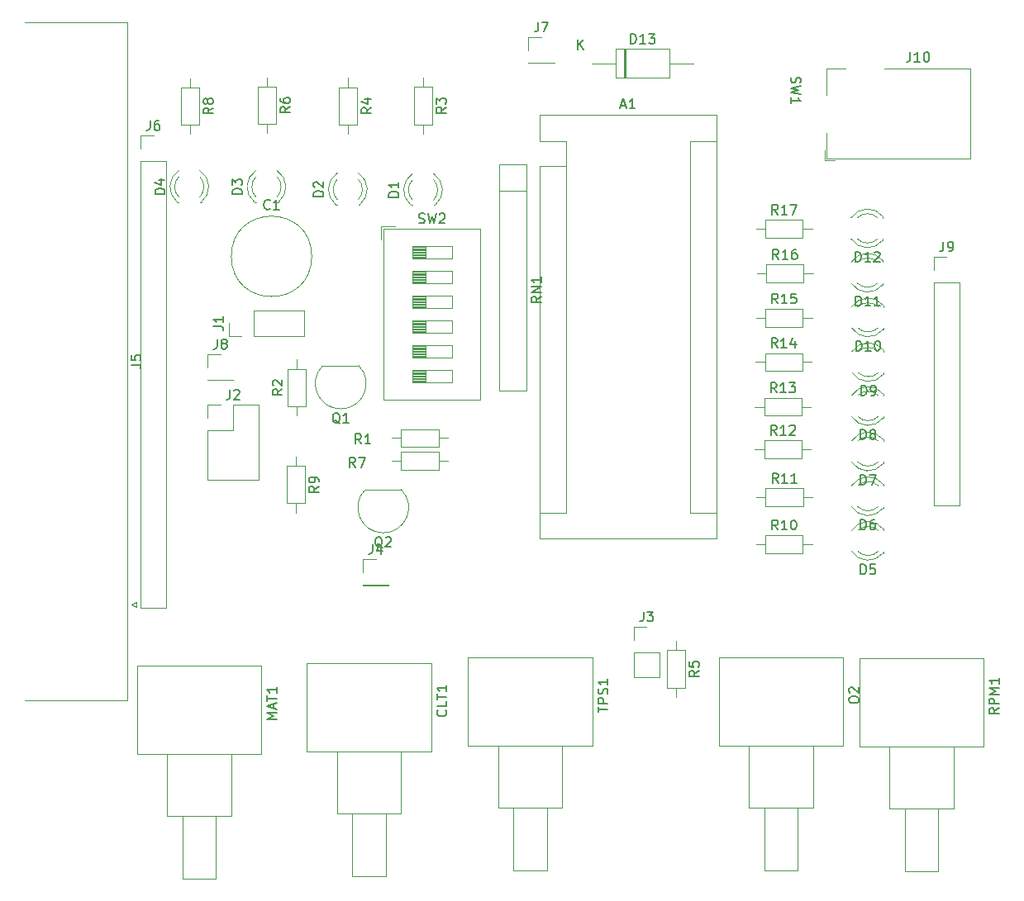
<source format=gbr>
%TF.GenerationSoftware,KiCad,Pcbnew,(6.0.2)*%
%TF.CreationDate,2022-06-27T11:40:54+12:00*%
%TF.ProjectId,ArduinoJimStim,41726475-696e-46f4-9a69-6d5374696d2e,rev?*%
%TF.SameCoordinates,Original*%
%TF.FileFunction,Legend,Top*%
%TF.FilePolarity,Positive*%
%FSLAX46Y46*%
G04 Gerber Fmt 4.6, Leading zero omitted, Abs format (unit mm)*
G04 Created by KiCad (PCBNEW (6.0.2)) date 2022-06-27 11:40:54*
%MOMM*%
%LPD*%
G01*
G04 APERTURE LIST*
%ADD10C,0.150000*%
%ADD11C,0.120000*%
G04 APERTURE END LIST*
D10*
%TO.C,RN1*%
X149405380Y-79330476D02*
X148929190Y-79663809D01*
X149405380Y-79901904D02*
X148405380Y-79901904D01*
X148405380Y-79520952D01*
X148453000Y-79425714D01*
X148500619Y-79378095D01*
X148595857Y-79330476D01*
X148738714Y-79330476D01*
X148833952Y-79378095D01*
X148881571Y-79425714D01*
X148929190Y-79520952D01*
X148929190Y-79901904D01*
X149405380Y-78901904D02*
X148405380Y-78901904D01*
X149405380Y-78330476D01*
X148405380Y-78330476D01*
X149405380Y-77330476D02*
X149405380Y-77901904D01*
X149405380Y-77616190D02*
X148405380Y-77616190D01*
X148548238Y-77711428D01*
X148643476Y-77806666D01*
X148691095Y-77901904D01*
%TO.C,D2*%
X127108380Y-69089595D02*
X126108380Y-69089595D01*
X126108380Y-68851500D01*
X126156000Y-68708642D01*
X126251238Y-68613404D01*
X126346476Y-68565785D01*
X126536952Y-68518166D01*
X126679809Y-68518166D01*
X126870285Y-68565785D01*
X126965523Y-68613404D01*
X127060761Y-68708642D01*
X127108380Y-68851500D01*
X127108380Y-69089595D01*
X126203619Y-68137214D02*
X126156000Y-68089595D01*
X126108380Y-67994357D01*
X126108380Y-67756261D01*
X126156000Y-67661023D01*
X126203619Y-67613404D01*
X126298857Y-67565785D01*
X126394095Y-67565785D01*
X126536952Y-67613404D01*
X127108380Y-68184833D01*
X127108380Y-67565785D01*
%TO.C,D8*%
X182166904Y-93974550D02*
X182166904Y-92974550D01*
X182405000Y-92974550D01*
X182547857Y-93022170D01*
X182643095Y-93117408D01*
X182690714Y-93212646D01*
X182738333Y-93403122D01*
X182738333Y-93545979D01*
X182690714Y-93736455D01*
X182643095Y-93831693D01*
X182547857Y-93926931D01*
X182405000Y-93974550D01*
X182166904Y-93974550D01*
X183309761Y-93403122D02*
X183214523Y-93355503D01*
X183166904Y-93307884D01*
X183119285Y-93212646D01*
X183119285Y-93165027D01*
X183166904Y-93069789D01*
X183214523Y-93022170D01*
X183309761Y-92974550D01*
X183500238Y-92974550D01*
X183595476Y-93022170D01*
X183643095Y-93069789D01*
X183690714Y-93165027D01*
X183690714Y-93212646D01*
X183643095Y-93307884D01*
X183595476Y-93355503D01*
X183500238Y-93403122D01*
X183309761Y-93403122D01*
X183214523Y-93450741D01*
X183166904Y-93498360D01*
X183119285Y-93593598D01*
X183119285Y-93784074D01*
X183166904Y-93879312D01*
X183214523Y-93926931D01*
X183309761Y-93974550D01*
X183500238Y-93974550D01*
X183595476Y-93926931D01*
X183643095Y-93879312D01*
X183690714Y-93784074D01*
X183690714Y-93593598D01*
X183643095Y-93498360D01*
X183595476Y-93450741D01*
X183500238Y-93403122D01*
%TO.C,J10*%
X187229476Y-54276380D02*
X187229476Y-54990666D01*
X187181857Y-55133523D01*
X187086619Y-55228761D01*
X186943761Y-55276380D01*
X186848523Y-55276380D01*
X188229476Y-55276380D02*
X187658047Y-55276380D01*
X187943761Y-55276380D02*
X187943761Y-54276380D01*
X187848523Y-54419238D01*
X187753285Y-54514476D01*
X187658047Y-54562095D01*
X188848523Y-54276380D02*
X188943761Y-54276380D01*
X189039000Y-54324000D01*
X189086619Y-54371619D01*
X189134238Y-54466857D01*
X189181857Y-54657333D01*
X189181857Y-54895428D01*
X189134238Y-55085904D01*
X189086619Y-55181142D01*
X189039000Y-55228761D01*
X188943761Y-55276380D01*
X188848523Y-55276380D01*
X188753285Y-55228761D01*
X188705666Y-55181142D01*
X188658047Y-55085904D01*
X188610428Y-54895428D01*
X188610428Y-54657333D01*
X188658047Y-54466857D01*
X188705666Y-54371619D01*
X188753285Y-54324000D01*
X188848523Y-54276380D01*
%TO.C,R10*%
X173664142Y-103241550D02*
X173330809Y-102765360D01*
X173092714Y-103241550D02*
X173092714Y-102241550D01*
X173473666Y-102241550D01*
X173568904Y-102289170D01*
X173616523Y-102336789D01*
X173664142Y-102432027D01*
X173664142Y-102574884D01*
X173616523Y-102670122D01*
X173568904Y-102717741D01*
X173473666Y-102765360D01*
X173092714Y-102765360D01*
X174616523Y-103241550D02*
X174045095Y-103241550D01*
X174330809Y-103241550D02*
X174330809Y-102241550D01*
X174235571Y-102384408D01*
X174140333Y-102479646D01*
X174045095Y-102527265D01*
X175235571Y-102241550D02*
X175330809Y-102241550D01*
X175426047Y-102289170D01*
X175473666Y-102336789D01*
X175521285Y-102432027D01*
X175568904Y-102622503D01*
X175568904Y-102860598D01*
X175521285Y-103051074D01*
X175473666Y-103146312D01*
X175426047Y-103193931D01*
X175330809Y-103241550D01*
X175235571Y-103241550D01*
X175140333Y-103193931D01*
X175092714Y-103146312D01*
X175045095Y-103051074D01*
X174997476Y-102860598D01*
X174997476Y-102622503D01*
X175045095Y-102432027D01*
X175092714Y-102336789D01*
X175140333Y-102289170D01*
X175235571Y-102241550D01*
%TO.C,J4*%
X132152666Y-104731380D02*
X132152666Y-105445666D01*
X132105047Y-105588523D01*
X132009809Y-105683761D01*
X131866952Y-105731380D01*
X131771714Y-105731380D01*
X133057428Y-105064714D02*
X133057428Y-105731380D01*
X132819333Y-104683761D02*
X132581238Y-105398047D01*
X133200285Y-105398047D01*
%TO.C,C1*%
X121637333Y-70327142D02*
X121589714Y-70374761D01*
X121446857Y-70422380D01*
X121351619Y-70422380D01*
X121208761Y-70374761D01*
X121113523Y-70279523D01*
X121065904Y-70184285D01*
X121018285Y-69993809D01*
X121018285Y-69850952D01*
X121065904Y-69660476D01*
X121113523Y-69565238D01*
X121208761Y-69470000D01*
X121351619Y-69422380D01*
X121446857Y-69422380D01*
X121589714Y-69470000D01*
X121637333Y-69517619D01*
X122589714Y-70422380D02*
X122018285Y-70422380D01*
X122304000Y-70422380D02*
X122304000Y-69422380D01*
X122208761Y-69565238D01*
X122113523Y-69660476D01*
X122018285Y-69708095D01*
%TO.C,J3*%
X159904666Y-111649380D02*
X159904666Y-112363666D01*
X159857047Y-112506523D01*
X159761809Y-112601761D01*
X159618952Y-112649380D01*
X159523714Y-112649380D01*
X160285619Y-111649380D02*
X160904666Y-111649380D01*
X160571333Y-112030333D01*
X160714190Y-112030333D01*
X160809428Y-112077952D01*
X160857047Y-112125571D01*
X160904666Y-112220809D01*
X160904666Y-112458904D01*
X160857047Y-112554142D01*
X160809428Y-112601761D01*
X160714190Y-112649380D01*
X160428476Y-112649380D01*
X160333238Y-112601761D01*
X160285619Y-112554142D01*
%TO.C,J8*%
X116236666Y-83713380D02*
X116236666Y-84427666D01*
X116189047Y-84570523D01*
X116093809Y-84665761D01*
X115950952Y-84713380D01*
X115855714Y-84713380D01*
X116855714Y-84141952D02*
X116760476Y-84094333D01*
X116712857Y-84046714D01*
X116665238Y-83951476D01*
X116665238Y-83903857D01*
X116712857Y-83808619D01*
X116760476Y-83761000D01*
X116855714Y-83713380D01*
X117046190Y-83713380D01*
X117141428Y-83761000D01*
X117189047Y-83808619D01*
X117236666Y-83903857D01*
X117236666Y-83951476D01*
X117189047Y-84046714D01*
X117141428Y-84094333D01*
X117046190Y-84141952D01*
X116855714Y-84141952D01*
X116760476Y-84189571D01*
X116712857Y-84237190D01*
X116665238Y-84332428D01*
X116665238Y-84522904D01*
X116712857Y-84618142D01*
X116760476Y-84665761D01*
X116855714Y-84713380D01*
X117046190Y-84713380D01*
X117141428Y-84665761D01*
X117189047Y-84618142D01*
X117236666Y-84522904D01*
X117236666Y-84332428D01*
X117189047Y-84237190D01*
X117141428Y-84189571D01*
X117046190Y-84141952D01*
%TO.C,R15*%
X173664142Y-80047550D02*
X173330809Y-79571360D01*
X173092714Y-80047550D02*
X173092714Y-79047550D01*
X173473666Y-79047550D01*
X173568904Y-79095170D01*
X173616523Y-79142789D01*
X173664142Y-79238027D01*
X173664142Y-79380884D01*
X173616523Y-79476122D01*
X173568904Y-79523741D01*
X173473666Y-79571360D01*
X173092714Y-79571360D01*
X174616523Y-80047550D02*
X174045095Y-80047550D01*
X174330809Y-80047550D02*
X174330809Y-79047550D01*
X174235571Y-79190408D01*
X174140333Y-79285646D01*
X174045095Y-79333265D01*
X175521285Y-79047550D02*
X175045095Y-79047550D01*
X174997476Y-79523741D01*
X175045095Y-79476122D01*
X175140333Y-79428503D01*
X175378428Y-79428503D01*
X175473666Y-79476122D01*
X175521285Y-79523741D01*
X175568904Y-79618979D01*
X175568904Y-79857074D01*
X175521285Y-79952312D01*
X175473666Y-79999931D01*
X175378428Y-80047550D01*
X175140333Y-80047550D01*
X175045095Y-79999931D01*
X174997476Y-79952312D01*
%TO.C,D13*%
X158596714Y-53415380D02*
X158596714Y-52415380D01*
X158834809Y-52415380D01*
X158977666Y-52463000D01*
X159072904Y-52558238D01*
X159120523Y-52653476D01*
X159168142Y-52843952D01*
X159168142Y-52986809D01*
X159120523Y-53177285D01*
X159072904Y-53272523D01*
X158977666Y-53367761D01*
X158834809Y-53415380D01*
X158596714Y-53415380D01*
X160120523Y-53415380D02*
X159549095Y-53415380D01*
X159834809Y-53415380D02*
X159834809Y-52415380D01*
X159739571Y-52558238D01*
X159644333Y-52653476D01*
X159549095Y-52701095D01*
X160453857Y-52415380D02*
X161072904Y-52415380D01*
X160739571Y-52796333D01*
X160882428Y-52796333D01*
X160977666Y-52843952D01*
X161025285Y-52891571D01*
X161072904Y-52986809D01*
X161072904Y-53224904D01*
X161025285Y-53320142D01*
X160977666Y-53367761D01*
X160882428Y-53415380D01*
X160596714Y-53415380D01*
X160501476Y-53367761D01*
X160453857Y-53320142D01*
X153199095Y-53985380D02*
X153199095Y-52985380D01*
X153770523Y-53985380D02*
X153341952Y-53413952D01*
X153770523Y-52985380D02*
X153199095Y-53556809D01*
%TO.C,J5*%
X107417711Y-86323333D02*
X108131997Y-86323333D01*
X108274854Y-86370952D01*
X108370092Y-86466190D01*
X108417711Y-86609047D01*
X108417711Y-86704285D01*
X107417711Y-85370952D02*
X107417711Y-85847142D01*
X107893902Y-85894761D01*
X107846283Y-85847142D01*
X107798664Y-85751904D01*
X107798664Y-85513809D01*
X107846283Y-85418571D01*
X107893902Y-85370952D01*
X107989140Y-85323333D01*
X108227235Y-85323333D01*
X108322473Y-85370952D01*
X108370092Y-85418571D01*
X108417711Y-85513809D01*
X108417711Y-85751904D01*
X108370092Y-85847142D01*
X108322473Y-85894761D01*
%TO.C,MAT1*%
X122325380Y-122669047D02*
X121325380Y-122669047D01*
X122039666Y-122335714D01*
X121325380Y-122002380D01*
X122325380Y-122002380D01*
X122039666Y-121573809D02*
X122039666Y-121097619D01*
X122325380Y-121669047D02*
X121325380Y-121335714D01*
X122325380Y-121002380D01*
X121325380Y-120811904D02*
X121325380Y-120240476D01*
X122325380Y-120526190D02*
X121325380Y-120526190D01*
X122325380Y-119383333D02*
X122325380Y-119954761D01*
X122325380Y-119669047D02*
X121325380Y-119669047D01*
X121468238Y-119764285D01*
X121563476Y-119859523D01*
X121611095Y-119954761D01*
%TO.C,Q2*%
X133153761Y-105077119D02*
X133058523Y-105029500D01*
X132963285Y-104934261D01*
X132820428Y-104791404D01*
X132725190Y-104743785D01*
X132629952Y-104743785D01*
X132677571Y-104981880D02*
X132582333Y-104934261D01*
X132487095Y-104839023D01*
X132439476Y-104648547D01*
X132439476Y-104315214D01*
X132487095Y-104124738D01*
X132582333Y-104029500D01*
X132677571Y-103981880D01*
X132868047Y-103981880D01*
X132963285Y-104029500D01*
X133058523Y-104124738D01*
X133106142Y-104315214D01*
X133106142Y-104648547D01*
X133058523Y-104839023D01*
X132963285Y-104934261D01*
X132868047Y-104981880D01*
X132677571Y-104981880D01*
X133487095Y-104077119D02*
X133534714Y-104029500D01*
X133629952Y-103981880D01*
X133868047Y-103981880D01*
X133963285Y-104029500D01*
X134010904Y-104077119D01*
X134058523Y-104172357D01*
X134058523Y-104267595D01*
X134010904Y-104410452D01*
X133439476Y-104981880D01*
X134058523Y-104981880D01*
%TO.C,R5*%
X165586380Y-117696666D02*
X165110190Y-118030000D01*
X165586380Y-118268095D02*
X164586380Y-118268095D01*
X164586380Y-117887142D01*
X164634000Y-117791904D01*
X164681619Y-117744285D01*
X164776857Y-117696666D01*
X164919714Y-117696666D01*
X165014952Y-117744285D01*
X165062571Y-117791904D01*
X165110190Y-117887142D01*
X165110190Y-118268095D01*
X164586380Y-116791904D02*
X164586380Y-117268095D01*
X165062571Y-117315714D01*
X165014952Y-117268095D01*
X164967333Y-117172857D01*
X164967333Y-116934761D01*
X165014952Y-116839523D01*
X165062571Y-116791904D01*
X165157809Y-116744285D01*
X165395904Y-116744285D01*
X165491142Y-116791904D01*
X165538761Y-116839523D01*
X165586380Y-116934761D01*
X165586380Y-117172857D01*
X165538761Y-117268095D01*
X165491142Y-117315714D01*
%TO.C,CLT1*%
X139642142Y-121739880D02*
X139689761Y-121787500D01*
X139737380Y-121930357D01*
X139737380Y-122025595D01*
X139689761Y-122168452D01*
X139594523Y-122263690D01*
X139499285Y-122311309D01*
X139308809Y-122358928D01*
X139165952Y-122358928D01*
X138975476Y-122311309D01*
X138880238Y-122263690D01*
X138785000Y-122168452D01*
X138737380Y-122025595D01*
X138737380Y-121930357D01*
X138785000Y-121787500D01*
X138832619Y-121739880D01*
X139737380Y-120835119D02*
X139737380Y-121311309D01*
X138737380Y-121311309D01*
X138737380Y-120644642D02*
X138737380Y-120073214D01*
X139737380Y-120358928D02*
X138737380Y-120358928D01*
X139737380Y-119216071D02*
X139737380Y-119787500D01*
X139737380Y-119501785D02*
X138737380Y-119501785D01*
X138880238Y-119597023D01*
X138975476Y-119692261D01*
X139023095Y-119787500D01*
%TO.C,J1*%
X115870380Y-82407333D02*
X116584666Y-82407333D01*
X116727523Y-82454952D01*
X116822761Y-82550190D01*
X116870380Y-82693047D01*
X116870380Y-82788285D01*
X116870380Y-81407333D02*
X116870380Y-81978761D01*
X116870380Y-81693047D02*
X115870380Y-81693047D01*
X116013238Y-81788285D01*
X116108476Y-81883523D01*
X116156095Y-81978761D01*
%TO.C,RPM1*%
X196320380Y-121531095D02*
X195844190Y-121864428D01*
X196320380Y-122102523D02*
X195320380Y-122102523D01*
X195320380Y-121721571D01*
X195368000Y-121626333D01*
X195415619Y-121578714D01*
X195510857Y-121531095D01*
X195653714Y-121531095D01*
X195748952Y-121578714D01*
X195796571Y-121626333D01*
X195844190Y-121721571D01*
X195844190Y-122102523D01*
X196320380Y-121102523D02*
X195320380Y-121102523D01*
X195320380Y-120721571D01*
X195368000Y-120626333D01*
X195415619Y-120578714D01*
X195510857Y-120531095D01*
X195653714Y-120531095D01*
X195748952Y-120578714D01*
X195796571Y-120626333D01*
X195844190Y-120721571D01*
X195844190Y-121102523D01*
X196320380Y-120102523D02*
X195320380Y-120102523D01*
X196034666Y-119769190D01*
X195320380Y-119435857D01*
X196320380Y-119435857D01*
X196320380Y-118435857D02*
X196320380Y-119007285D01*
X196320380Y-118721571D02*
X195320380Y-118721571D01*
X195463238Y-118816809D01*
X195558476Y-118912047D01*
X195606095Y-119007285D01*
%TO.C,J2*%
X117543666Y-88879880D02*
X117543666Y-89594166D01*
X117496047Y-89737023D01*
X117400809Y-89832261D01*
X117257952Y-89879880D01*
X117162714Y-89879880D01*
X117972238Y-88975119D02*
X118019857Y-88927500D01*
X118115095Y-88879880D01*
X118353190Y-88879880D01*
X118448428Y-88927500D01*
X118496047Y-88975119D01*
X118543666Y-89070357D01*
X118543666Y-89165595D01*
X118496047Y-89308452D01*
X117924619Y-89879880D01*
X118543666Y-89879880D01*
%TO.C,D4*%
X110872380Y-68831595D02*
X109872380Y-68831595D01*
X109872380Y-68593500D01*
X109920000Y-68450642D01*
X110015238Y-68355404D01*
X110110476Y-68307785D01*
X110300952Y-68260166D01*
X110443809Y-68260166D01*
X110634285Y-68307785D01*
X110729523Y-68355404D01*
X110824761Y-68450642D01*
X110872380Y-68593500D01*
X110872380Y-68831595D01*
X110205714Y-67403023D02*
X110872380Y-67403023D01*
X109824761Y-67641119D02*
X110539047Y-67879214D01*
X110539047Y-67260166D01*
%TO.C,J7*%
X149111666Y-51192880D02*
X149111666Y-51907166D01*
X149064047Y-52050023D01*
X148968809Y-52145261D01*
X148825952Y-52192880D01*
X148730714Y-52192880D01*
X149492619Y-51192880D02*
X150159285Y-51192880D01*
X149730714Y-52192880D01*
%TO.C,R17*%
X173664142Y-70921550D02*
X173330809Y-70445360D01*
X173092714Y-70921550D02*
X173092714Y-69921550D01*
X173473666Y-69921550D01*
X173568904Y-69969170D01*
X173616523Y-70016789D01*
X173664142Y-70112027D01*
X173664142Y-70254884D01*
X173616523Y-70350122D01*
X173568904Y-70397741D01*
X173473666Y-70445360D01*
X173092714Y-70445360D01*
X174616523Y-70921550D02*
X174045095Y-70921550D01*
X174330809Y-70921550D02*
X174330809Y-69921550D01*
X174235571Y-70064408D01*
X174140333Y-70159646D01*
X174045095Y-70207265D01*
X174949857Y-69921550D02*
X175616523Y-69921550D01*
X175187952Y-70921550D01*
%TO.C,O2*%
X180968380Y-120776428D02*
X180968380Y-120585952D01*
X181016000Y-120490714D01*
X181111238Y-120395476D01*
X181301714Y-120347857D01*
X181635047Y-120347857D01*
X181825523Y-120395476D01*
X181920761Y-120490714D01*
X181968380Y-120585952D01*
X181968380Y-120776428D01*
X181920761Y-120871666D01*
X181825523Y-120966904D01*
X181635047Y-121014523D01*
X181301714Y-121014523D01*
X181111238Y-120966904D01*
X181016000Y-120871666D01*
X180968380Y-120776428D01*
X181063619Y-119966904D02*
X181016000Y-119919285D01*
X180968380Y-119824047D01*
X180968380Y-119585952D01*
X181016000Y-119490714D01*
X181063619Y-119443095D01*
X181158857Y-119395476D01*
X181254095Y-119395476D01*
X181396952Y-119443095D01*
X181968380Y-120014523D01*
X181968380Y-119395476D01*
%TO.C,R12*%
X173545142Y-93517550D02*
X173211809Y-93041360D01*
X172973714Y-93517550D02*
X172973714Y-92517550D01*
X173354666Y-92517550D01*
X173449904Y-92565170D01*
X173497523Y-92612789D01*
X173545142Y-92708027D01*
X173545142Y-92850884D01*
X173497523Y-92946122D01*
X173449904Y-92993741D01*
X173354666Y-93041360D01*
X172973714Y-93041360D01*
X174497523Y-93517550D02*
X173926095Y-93517550D01*
X174211809Y-93517550D02*
X174211809Y-92517550D01*
X174116571Y-92660408D01*
X174021333Y-92755646D01*
X173926095Y-92803265D01*
X174878476Y-92612789D02*
X174926095Y-92565170D01*
X175021333Y-92517550D01*
X175259428Y-92517550D01*
X175354666Y-92565170D01*
X175402285Y-92612789D01*
X175449904Y-92708027D01*
X175449904Y-92803265D01*
X175402285Y-92946122D01*
X174830857Y-93517550D01*
X175449904Y-93517550D01*
%TO.C,R14*%
X173624142Y-84590550D02*
X173290809Y-84114360D01*
X173052714Y-84590550D02*
X173052714Y-83590550D01*
X173433666Y-83590550D01*
X173528904Y-83638170D01*
X173576523Y-83685789D01*
X173624142Y-83781027D01*
X173624142Y-83923884D01*
X173576523Y-84019122D01*
X173528904Y-84066741D01*
X173433666Y-84114360D01*
X173052714Y-84114360D01*
X174576523Y-84590550D02*
X174005095Y-84590550D01*
X174290809Y-84590550D02*
X174290809Y-83590550D01*
X174195571Y-83733408D01*
X174100333Y-83828646D01*
X174005095Y-83876265D01*
X175433666Y-83923884D02*
X175433666Y-84590550D01*
X175195571Y-83542931D02*
X174957476Y-84257217D01*
X175576523Y-84257217D01*
%TO.C,R13*%
X173545142Y-89173550D02*
X173211809Y-88697360D01*
X172973714Y-89173550D02*
X172973714Y-88173550D01*
X173354666Y-88173550D01*
X173449904Y-88221170D01*
X173497523Y-88268789D01*
X173545142Y-88364027D01*
X173545142Y-88506884D01*
X173497523Y-88602122D01*
X173449904Y-88649741D01*
X173354666Y-88697360D01*
X172973714Y-88697360D01*
X174497523Y-89173550D02*
X173926095Y-89173550D01*
X174211809Y-89173550D02*
X174211809Y-88173550D01*
X174116571Y-88316408D01*
X174021333Y-88411646D01*
X173926095Y-88459265D01*
X174830857Y-88173550D02*
X175449904Y-88173550D01*
X175116571Y-88554503D01*
X175259428Y-88554503D01*
X175354666Y-88602122D01*
X175402285Y-88649741D01*
X175449904Y-88744979D01*
X175449904Y-88983074D01*
X175402285Y-89078312D01*
X175354666Y-89125931D01*
X175259428Y-89173550D01*
X174973714Y-89173550D01*
X174878476Y-89125931D01*
X174830857Y-89078312D01*
%TO.C,R16*%
X173744142Y-75504550D02*
X173410809Y-75028360D01*
X173172714Y-75504550D02*
X173172714Y-74504550D01*
X173553666Y-74504550D01*
X173648904Y-74552170D01*
X173696523Y-74599789D01*
X173744142Y-74695027D01*
X173744142Y-74837884D01*
X173696523Y-74933122D01*
X173648904Y-74980741D01*
X173553666Y-75028360D01*
X173172714Y-75028360D01*
X174696523Y-75504550D02*
X174125095Y-75504550D01*
X174410809Y-75504550D02*
X174410809Y-74504550D01*
X174315571Y-74647408D01*
X174220333Y-74742646D01*
X174125095Y-74790265D01*
X175553666Y-74504550D02*
X175363190Y-74504550D01*
X175267952Y-74552170D01*
X175220333Y-74599789D01*
X175125095Y-74742646D01*
X175077476Y-74933122D01*
X175077476Y-75314074D01*
X175125095Y-75409312D01*
X175172714Y-75456931D01*
X175267952Y-75504550D01*
X175458428Y-75504550D01*
X175553666Y-75456931D01*
X175601285Y-75409312D01*
X175648904Y-75314074D01*
X175648904Y-75075979D01*
X175601285Y-74980741D01*
X175553666Y-74933122D01*
X175458428Y-74885503D01*
X175267952Y-74885503D01*
X175172714Y-74933122D01*
X175125095Y-74980741D01*
X175077476Y-75075979D01*
%TO.C,R4*%
X132017380Y-59971166D02*
X131541190Y-60304500D01*
X132017380Y-60542595D02*
X131017380Y-60542595D01*
X131017380Y-60161642D01*
X131065000Y-60066404D01*
X131112619Y-60018785D01*
X131207857Y-59971166D01*
X131350714Y-59971166D01*
X131445952Y-60018785D01*
X131493571Y-60066404D01*
X131541190Y-60161642D01*
X131541190Y-60542595D01*
X131350714Y-59114023D02*
X132017380Y-59114023D01*
X130969761Y-59352119D02*
X131684047Y-59590214D01*
X131684047Y-58971166D01*
%TO.C,SW1*%
X175073238Y-56862666D02*
X175025619Y-57005523D01*
X175025619Y-57243619D01*
X175073238Y-57338857D01*
X175120857Y-57386476D01*
X175216095Y-57434095D01*
X175311333Y-57434095D01*
X175406571Y-57386476D01*
X175454190Y-57338857D01*
X175501809Y-57243619D01*
X175549428Y-57053142D01*
X175597047Y-56957904D01*
X175644666Y-56910285D01*
X175739904Y-56862666D01*
X175835142Y-56862666D01*
X175930380Y-56910285D01*
X175978000Y-56957904D01*
X176025619Y-57053142D01*
X176025619Y-57291238D01*
X175978000Y-57434095D01*
X176025619Y-57767428D02*
X175025619Y-58005523D01*
X175739904Y-58196000D01*
X175025619Y-58386476D01*
X176025619Y-58624571D01*
X175025619Y-59529333D02*
X175025619Y-58957904D01*
X175025619Y-59243619D02*
X176025619Y-59243619D01*
X175882761Y-59148380D01*
X175787523Y-59053142D01*
X175739904Y-58957904D01*
%TO.C,D5*%
X182166904Y-107803550D02*
X182166904Y-106803550D01*
X182405000Y-106803550D01*
X182547857Y-106851170D01*
X182643095Y-106946408D01*
X182690714Y-107041646D01*
X182738333Y-107232122D01*
X182738333Y-107374979D01*
X182690714Y-107565455D01*
X182643095Y-107660693D01*
X182547857Y-107755931D01*
X182405000Y-107803550D01*
X182166904Y-107803550D01*
X183643095Y-106803550D02*
X183166904Y-106803550D01*
X183119285Y-107279741D01*
X183166904Y-107232122D01*
X183262142Y-107184503D01*
X183500238Y-107184503D01*
X183595476Y-107232122D01*
X183643095Y-107279741D01*
X183690714Y-107374979D01*
X183690714Y-107613074D01*
X183643095Y-107708312D01*
X183595476Y-107755931D01*
X183500238Y-107803550D01*
X183262142Y-107803550D01*
X183166904Y-107755931D01*
X183119285Y-107708312D01*
%TO.C,D1*%
X134818380Y-69144595D02*
X133818380Y-69144595D01*
X133818380Y-68906500D01*
X133866000Y-68763642D01*
X133961238Y-68668404D01*
X134056476Y-68620785D01*
X134246952Y-68573166D01*
X134389809Y-68573166D01*
X134580285Y-68620785D01*
X134675523Y-68668404D01*
X134770761Y-68763642D01*
X134818380Y-68906500D01*
X134818380Y-69144595D01*
X134818380Y-67620785D02*
X134818380Y-68192214D01*
X134818380Y-67906500D02*
X133818380Y-67906500D01*
X133961238Y-68001738D01*
X134056476Y-68096976D01*
X134104095Y-68192214D01*
%TO.C,R1*%
X130991333Y-94427880D02*
X130658000Y-93951690D01*
X130419904Y-94427880D02*
X130419904Y-93427880D01*
X130800857Y-93427880D01*
X130896095Y-93475500D01*
X130943714Y-93523119D01*
X130991333Y-93618357D01*
X130991333Y-93761214D01*
X130943714Y-93856452D01*
X130896095Y-93904071D01*
X130800857Y-93951690D01*
X130419904Y-93951690D01*
X131943714Y-94427880D02*
X131372285Y-94427880D01*
X131658000Y-94427880D02*
X131658000Y-93427880D01*
X131562761Y-93570738D01*
X131467523Y-93665976D01*
X131372285Y-93713595D01*
%TO.C,A1*%
X157617714Y-59749666D02*
X158093904Y-59749666D01*
X157522476Y-60035380D02*
X157855809Y-59035380D01*
X158189142Y-60035380D01*
X159046285Y-60035380D02*
X158474857Y-60035380D01*
X158760571Y-60035380D02*
X158760571Y-59035380D01*
X158665333Y-59178238D01*
X158570095Y-59273476D01*
X158474857Y-59321095D01*
%TO.C,D6*%
X182166904Y-103220550D02*
X182166904Y-102220550D01*
X182405000Y-102220550D01*
X182547857Y-102268170D01*
X182643095Y-102363408D01*
X182690714Y-102458646D01*
X182738333Y-102649122D01*
X182738333Y-102791979D01*
X182690714Y-102982455D01*
X182643095Y-103077693D01*
X182547857Y-103172931D01*
X182405000Y-103220550D01*
X182166904Y-103220550D01*
X183595476Y-102220550D02*
X183405000Y-102220550D01*
X183309761Y-102268170D01*
X183262142Y-102315789D01*
X183166904Y-102458646D01*
X183119285Y-102649122D01*
X183119285Y-103030074D01*
X183166904Y-103125312D01*
X183214523Y-103172931D01*
X183309761Y-103220550D01*
X183500238Y-103220550D01*
X183595476Y-103172931D01*
X183643095Y-103125312D01*
X183690714Y-103030074D01*
X183690714Y-102791979D01*
X183643095Y-102696741D01*
X183595476Y-102649122D01*
X183500238Y-102601503D01*
X183309761Y-102601503D01*
X183214523Y-102649122D01*
X183166904Y-102696741D01*
X183119285Y-102791979D01*
%TO.C,R2*%
X122891380Y-88842166D02*
X122415190Y-89175500D01*
X122891380Y-89413595D02*
X121891380Y-89413595D01*
X121891380Y-89032642D01*
X121939000Y-88937404D01*
X121986619Y-88889785D01*
X122081857Y-88842166D01*
X122224714Y-88842166D01*
X122319952Y-88889785D01*
X122367571Y-88937404D01*
X122415190Y-89032642D01*
X122415190Y-89413595D01*
X121986619Y-88461214D02*
X121939000Y-88413595D01*
X121891380Y-88318357D01*
X121891380Y-88080261D01*
X121939000Y-87985023D01*
X121986619Y-87937404D01*
X122081857Y-87889785D01*
X122177095Y-87889785D01*
X122319952Y-87937404D01*
X122891380Y-88508833D01*
X122891380Y-87889785D01*
%TO.C,TPS1*%
X155248380Y-121947595D02*
X155248380Y-121376166D01*
X156248380Y-121661880D02*
X155248380Y-121661880D01*
X156248380Y-121042833D02*
X155248380Y-121042833D01*
X155248380Y-120661880D01*
X155296000Y-120566642D01*
X155343619Y-120519023D01*
X155438857Y-120471404D01*
X155581714Y-120471404D01*
X155676952Y-120519023D01*
X155724571Y-120566642D01*
X155772190Y-120661880D01*
X155772190Y-121042833D01*
X156200761Y-120090452D02*
X156248380Y-119947595D01*
X156248380Y-119709500D01*
X156200761Y-119614261D01*
X156153142Y-119566642D01*
X156057904Y-119519023D01*
X155962666Y-119519023D01*
X155867428Y-119566642D01*
X155819809Y-119614261D01*
X155772190Y-119709500D01*
X155724571Y-119899976D01*
X155676952Y-119995214D01*
X155629333Y-120042833D01*
X155534095Y-120090452D01*
X155438857Y-120090452D01*
X155343619Y-120042833D01*
X155296000Y-119995214D01*
X155248380Y-119899976D01*
X155248380Y-119661880D01*
X155296000Y-119519023D01*
X156248380Y-118566642D02*
X156248380Y-119138071D01*
X156248380Y-118852357D02*
X155248380Y-118852357D01*
X155391238Y-118947595D01*
X155486476Y-119042833D01*
X155534095Y-119138071D01*
%TO.C,R7*%
X130374333Y-96822880D02*
X130041000Y-96346690D01*
X129802904Y-96822880D02*
X129802904Y-95822880D01*
X130183857Y-95822880D01*
X130279095Y-95870500D01*
X130326714Y-95918119D01*
X130374333Y-96013357D01*
X130374333Y-96156214D01*
X130326714Y-96251452D01*
X130279095Y-96299071D01*
X130183857Y-96346690D01*
X129802904Y-96346690D01*
X130707666Y-95822880D02*
X131374333Y-95822880D01*
X130945761Y-96822880D01*
%TO.C,R11*%
X173704142Y-98459550D02*
X173370809Y-97983360D01*
X173132714Y-98459550D02*
X173132714Y-97459550D01*
X173513666Y-97459550D01*
X173608904Y-97507170D01*
X173656523Y-97554789D01*
X173704142Y-97650027D01*
X173704142Y-97792884D01*
X173656523Y-97888122D01*
X173608904Y-97935741D01*
X173513666Y-97983360D01*
X173132714Y-97983360D01*
X174656523Y-98459550D02*
X174085095Y-98459550D01*
X174370809Y-98459550D02*
X174370809Y-97459550D01*
X174275571Y-97602408D01*
X174180333Y-97697646D01*
X174085095Y-97745265D01*
X175608904Y-98459550D02*
X175037476Y-98459550D01*
X175323190Y-98459550D02*
X175323190Y-97459550D01*
X175227952Y-97602408D01*
X175132714Y-97697646D01*
X175037476Y-97745265D01*
%TO.C,D11*%
X181650714Y-80304550D02*
X181650714Y-79304550D01*
X181888809Y-79304550D01*
X182031666Y-79352170D01*
X182126904Y-79447408D01*
X182174523Y-79542646D01*
X182222142Y-79733122D01*
X182222142Y-79875979D01*
X182174523Y-80066455D01*
X182126904Y-80161693D01*
X182031666Y-80256931D01*
X181888809Y-80304550D01*
X181650714Y-80304550D01*
X183174523Y-80304550D02*
X182603095Y-80304550D01*
X182888809Y-80304550D02*
X182888809Y-79304550D01*
X182793571Y-79447408D01*
X182698333Y-79542646D01*
X182603095Y-79590265D01*
X184126904Y-80304550D02*
X183555476Y-80304550D01*
X183841190Y-80304550D02*
X183841190Y-79304550D01*
X183745952Y-79447408D01*
X183650714Y-79542646D01*
X183555476Y-79590265D01*
%TO.C,J9*%
X190629666Y-73717550D02*
X190629666Y-74431836D01*
X190582047Y-74574693D01*
X190486809Y-74669931D01*
X190343952Y-74717550D01*
X190248714Y-74717550D01*
X191153476Y-74717550D02*
X191343952Y-74717550D01*
X191439190Y-74669931D01*
X191486809Y-74622312D01*
X191582047Y-74479455D01*
X191629666Y-74288979D01*
X191629666Y-73908027D01*
X191582047Y-73812789D01*
X191534428Y-73765170D01*
X191439190Y-73717550D01*
X191248714Y-73717550D01*
X191153476Y-73765170D01*
X191105857Y-73812789D01*
X191058238Y-73908027D01*
X191058238Y-74146122D01*
X191105857Y-74241360D01*
X191153476Y-74288979D01*
X191248714Y-74336598D01*
X191439190Y-74336598D01*
X191534428Y-74288979D01*
X191582047Y-74241360D01*
X191629666Y-74146122D01*
%TO.C,D10*%
X181690714Y-84887550D02*
X181690714Y-83887550D01*
X181928809Y-83887550D01*
X182071666Y-83935170D01*
X182166904Y-84030408D01*
X182214523Y-84125646D01*
X182262142Y-84316122D01*
X182262142Y-84458979D01*
X182214523Y-84649455D01*
X182166904Y-84744693D01*
X182071666Y-84839931D01*
X181928809Y-84887550D01*
X181690714Y-84887550D01*
X183214523Y-84887550D02*
X182643095Y-84887550D01*
X182928809Y-84887550D02*
X182928809Y-83887550D01*
X182833571Y-84030408D01*
X182738333Y-84125646D01*
X182643095Y-84173265D01*
X183833571Y-83887550D02*
X183928809Y-83887550D01*
X184024047Y-83935170D01*
X184071666Y-83982789D01*
X184119285Y-84078027D01*
X184166904Y-84268503D01*
X184166904Y-84506598D01*
X184119285Y-84697074D01*
X184071666Y-84792312D01*
X184024047Y-84839931D01*
X183928809Y-84887550D01*
X183833571Y-84887550D01*
X183738333Y-84839931D01*
X183690714Y-84792312D01*
X183643095Y-84697074D01*
X183595476Y-84506598D01*
X183595476Y-84268503D01*
X183643095Y-84078027D01*
X183690714Y-83982789D01*
X183738333Y-83935170D01*
X183833571Y-83887550D01*
%TO.C,R6*%
X123687380Y-59899166D02*
X123211190Y-60232500D01*
X123687380Y-60470595D02*
X122687380Y-60470595D01*
X122687380Y-60089642D01*
X122735000Y-59994404D01*
X122782619Y-59946785D01*
X122877857Y-59899166D01*
X123020714Y-59899166D01*
X123115952Y-59946785D01*
X123163571Y-59994404D01*
X123211190Y-60089642D01*
X123211190Y-60470595D01*
X122687380Y-59042023D02*
X122687380Y-59232500D01*
X122735000Y-59327738D01*
X122782619Y-59375357D01*
X122925476Y-59470595D01*
X123115952Y-59518214D01*
X123496904Y-59518214D01*
X123592142Y-59470595D01*
X123639761Y-59422976D01*
X123687380Y-59327738D01*
X123687380Y-59137261D01*
X123639761Y-59042023D01*
X123592142Y-58994404D01*
X123496904Y-58946785D01*
X123258809Y-58946785D01*
X123163571Y-58994404D01*
X123115952Y-59042023D01*
X123068333Y-59137261D01*
X123068333Y-59327738D01*
X123115952Y-59422976D01*
X123163571Y-59470595D01*
X123258809Y-59518214D01*
%TO.C,D9*%
X182206904Y-89470550D02*
X182206904Y-88470550D01*
X182445000Y-88470550D01*
X182587857Y-88518170D01*
X182683095Y-88613408D01*
X182730714Y-88708646D01*
X182778333Y-88899122D01*
X182778333Y-89041979D01*
X182730714Y-89232455D01*
X182683095Y-89327693D01*
X182587857Y-89422931D01*
X182445000Y-89470550D01*
X182206904Y-89470550D01*
X183254523Y-89470550D02*
X183445000Y-89470550D01*
X183540238Y-89422931D01*
X183587857Y-89375312D01*
X183683095Y-89232455D01*
X183730714Y-89041979D01*
X183730714Y-88661027D01*
X183683095Y-88565789D01*
X183635476Y-88518170D01*
X183540238Y-88470550D01*
X183349761Y-88470550D01*
X183254523Y-88518170D01*
X183206904Y-88565789D01*
X183159285Y-88661027D01*
X183159285Y-88899122D01*
X183206904Y-88994360D01*
X183254523Y-89041979D01*
X183349761Y-89089598D01*
X183540238Y-89089598D01*
X183635476Y-89041979D01*
X183683095Y-88994360D01*
X183730714Y-88899122D01*
%TO.C,SW2*%
X136906666Y-71773761D02*
X137049523Y-71821380D01*
X137287619Y-71821380D01*
X137382857Y-71773761D01*
X137430476Y-71726142D01*
X137478095Y-71630904D01*
X137478095Y-71535666D01*
X137430476Y-71440428D01*
X137382857Y-71392809D01*
X137287619Y-71345190D01*
X137097142Y-71297571D01*
X137001904Y-71249952D01*
X136954285Y-71202333D01*
X136906666Y-71107095D01*
X136906666Y-71011857D01*
X136954285Y-70916619D01*
X137001904Y-70869000D01*
X137097142Y-70821380D01*
X137335238Y-70821380D01*
X137478095Y-70869000D01*
X137811428Y-70821380D02*
X138049523Y-71821380D01*
X138240000Y-71107095D01*
X138430476Y-71821380D01*
X138668571Y-70821380D01*
X139001904Y-70916619D02*
X139049523Y-70869000D01*
X139144761Y-70821380D01*
X139382857Y-70821380D01*
X139478095Y-70869000D01*
X139525714Y-70916619D01*
X139573333Y-71011857D01*
X139573333Y-71107095D01*
X139525714Y-71249952D01*
X138954285Y-71821380D01*
X139573333Y-71821380D01*
%TO.C,D7*%
X182166904Y-98637550D02*
X182166904Y-97637550D01*
X182405000Y-97637550D01*
X182547857Y-97685170D01*
X182643095Y-97780408D01*
X182690714Y-97875646D01*
X182738333Y-98066122D01*
X182738333Y-98208979D01*
X182690714Y-98399455D01*
X182643095Y-98494693D01*
X182547857Y-98589931D01*
X182405000Y-98637550D01*
X182166904Y-98637550D01*
X183071666Y-97637550D02*
X183738333Y-97637550D01*
X183309761Y-98637550D01*
%TO.C,R9*%
X126641380Y-98788166D02*
X126165190Y-99121500D01*
X126641380Y-99359595D02*
X125641380Y-99359595D01*
X125641380Y-98978642D01*
X125689000Y-98883404D01*
X125736619Y-98835785D01*
X125831857Y-98788166D01*
X125974714Y-98788166D01*
X126069952Y-98835785D01*
X126117571Y-98883404D01*
X126165190Y-98978642D01*
X126165190Y-99359595D01*
X126641380Y-98311976D02*
X126641380Y-98121500D01*
X126593761Y-98026261D01*
X126546142Y-97978642D01*
X126403285Y-97883404D01*
X126212809Y-97835785D01*
X125831857Y-97835785D01*
X125736619Y-97883404D01*
X125689000Y-97931023D01*
X125641380Y-98026261D01*
X125641380Y-98216738D01*
X125689000Y-98311976D01*
X125736619Y-98359595D01*
X125831857Y-98407214D01*
X126069952Y-98407214D01*
X126165190Y-98359595D01*
X126212809Y-98311976D01*
X126260428Y-98216738D01*
X126260428Y-98026261D01*
X126212809Y-97931023D01*
X126165190Y-97883404D01*
X126069952Y-97835785D01*
%TO.C,D12*%
X181639714Y-75761550D02*
X181639714Y-74761550D01*
X181877809Y-74761550D01*
X182020666Y-74809170D01*
X182115904Y-74904408D01*
X182163523Y-74999646D01*
X182211142Y-75190122D01*
X182211142Y-75332979D01*
X182163523Y-75523455D01*
X182115904Y-75618693D01*
X182020666Y-75713931D01*
X181877809Y-75761550D01*
X181639714Y-75761550D01*
X183163523Y-75761550D02*
X182592095Y-75761550D01*
X182877809Y-75761550D02*
X182877809Y-74761550D01*
X182782571Y-74904408D01*
X182687333Y-74999646D01*
X182592095Y-75047265D01*
X183544476Y-74856789D02*
X183592095Y-74809170D01*
X183687333Y-74761550D01*
X183925428Y-74761550D01*
X184020666Y-74809170D01*
X184068285Y-74856789D01*
X184115904Y-74952027D01*
X184115904Y-75047265D01*
X184068285Y-75190122D01*
X183496857Y-75761550D01*
X184115904Y-75761550D01*
%TO.C,D3*%
X118776380Y-68831595D02*
X117776380Y-68831595D01*
X117776380Y-68593500D01*
X117824000Y-68450642D01*
X117919238Y-68355404D01*
X118014476Y-68307785D01*
X118204952Y-68260166D01*
X118347809Y-68260166D01*
X118538285Y-68307785D01*
X118633523Y-68355404D01*
X118728761Y-68450642D01*
X118776380Y-68593500D01*
X118776380Y-68831595D01*
X117776380Y-67926833D02*
X117776380Y-67307785D01*
X118157333Y-67641119D01*
X118157333Y-67498261D01*
X118204952Y-67403023D01*
X118252571Y-67355404D01*
X118347809Y-67307785D01*
X118585904Y-67307785D01*
X118681142Y-67355404D01*
X118728761Y-67403023D01*
X118776380Y-67498261D01*
X118776380Y-67783976D01*
X118728761Y-67879214D01*
X118681142Y-67926833D01*
%TO.C,J6*%
X109361666Y-61290380D02*
X109361666Y-62004666D01*
X109314047Y-62147523D01*
X109218809Y-62242761D01*
X109075952Y-62290380D01*
X108980714Y-62290380D01*
X110266428Y-61290380D02*
X110075952Y-61290380D01*
X109980714Y-61338000D01*
X109933095Y-61385619D01*
X109837857Y-61528476D01*
X109790238Y-61718952D01*
X109790238Y-62099904D01*
X109837857Y-62195142D01*
X109885476Y-62242761D01*
X109980714Y-62290380D01*
X110171190Y-62290380D01*
X110266428Y-62242761D01*
X110314047Y-62195142D01*
X110361666Y-62099904D01*
X110361666Y-61861809D01*
X110314047Y-61766571D01*
X110266428Y-61718952D01*
X110171190Y-61671333D01*
X109980714Y-61671333D01*
X109885476Y-61718952D01*
X109837857Y-61766571D01*
X109790238Y-61861809D01*
%TO.C,R3*%
X139685380Y-59928166D02*
X139209190Y-60261500D01*
X139685380Y-60499595D02*
X138685380Y-60499595D01*
X138685380Y-60118642D01*
X138733000Y-60023404D01*
X138780619Y-59975785D01*
X138875857Y-59928166D01*
X139018714Y-59928166D01*
X139113952Y-59975785D01*
X139161571Y-60023404D01*
X139209190Y-60118642D01*
X139209190Y-60499595D01*
X138685380Y-59594833D02*
X138685380Y-58975785D01*
X139066333Y-59309119D01*
X139066333Y-59166261D01*
X139113952Y-59071023D01*
X139161571Y-59023404D01*
X139256809Y-58975785D01*
X139494904Y-58975785D01*
X139590142Y-59023404D01*
X139637761Y-59071023D01*
X139685380Y-59166261D01*
X139685380Y-59451976D01*
X139637761Y-59547214D01*
X139590142Y-59594833D01*
%TO.C,R8*%
X115820380Y-59988166D02*
X115344190Y-60321500D01*
X115820380Y-60559595D02*
X114820380Y-60559595D01*
X114820380Y-60178642D01*
X114868000Y-60083404D01*
X114915619Y-60035785D01*
X115010857Y-59988166D01*
X115153714Y-59988166D01*
X115248952Y-60035785D01*
X115296571Y-60083404D01*
X115344190Y-60178642D01*
X115344190Y-60559595D01*
X115248952Y-59416738D02*
X115201333Y-59511976D01*
X115153714Y-59559595D01*
X115058476Y-59607214D01*
X115010857Y-59607214D01*
X114915619Y-59559595D01*
X114868000Y-59511976D01*
X114820380Y-59416738D01*
X114820380Y-59226261D01*
X114868000Y-59131023D01*
X114915619Y-59083404D01*
X115010857Y-59035785D01*
X115058476Y-59035785D01*
X115153714Y-59083404D01*
X115201333Y-59131023D01*
X115248952Y-59226261D01*
X115248952Y-59416738D01*
X115296571Y-59511976D01*
X115344190Y-59559595D01*
X115439428Y-59607214D01*
X115629904Y-59607214D01*
X115725142Y-59559595D01*
X115772761Y-59511976D01*
X115820380Y-59416738D01*
X115820380Y-59226261D01*
X115772761Y-59131023D01*
X115725142Y-59083404D01*
X115629904Y-59035785D01*
X115439428Y-59035785D01*
X115344190Y-59083404D01*
X115296571Y-59131023D01*
X115248952Y-59226261D01*
%TO.C,Q1*%
X128801761Y-92366619D02*
X128706523Y-92319000D01*
X128611285Y-92223761D01*
X128468428Y-92080904D01*
X128373190Y-92033285D01*
X128277952Y-92033285D01*
X128325571Y-92271380D02*
X128230333Y-92223761D01*
X128135095Y-92128523D01*
X128087476Y-91938047D01*
X128087476Y-91604714D01*
X128135095Y-91414238D01*
X128230333Y-91319000D01*
X128325571Y-91271380D01*
X128516047Y-91271380D01*
X128611285Y-91319000D01*
X128706523Y-91414238D01*
X128754142Y-91604714D01*
X128754142Y-91938047D01*
X128706523Y-92128523D01*
X128611285Y-92223761D01*
X128516047Y-92271380D01*
X128325571Y-92271380D01*
X129706523Y-92271380D02*
X129135095Y-92271380D01*
X129420809Y-92271380D02*
X129420809Y-91271380D01*
X129325571Y-91414238D01*
X129230333Y-91509476D01*
X129135095Y-91557095D01*
D11*
%TO.C,RN1*%
X145153000Y-88970000D02*
X147953000Y-88970000D01*
X147953000Y-68480000D02*
X145153000Y-68480000D01*
X145153000Y-65770000D02*
X145153000Y-88970000D01*
X147953000Y-88970000D02*
X147953000Y-65770000D01*
X147953000Y-65770000D02*
X145153000Y-65770000D01*
%TO.C,D2*%
X128380000Y-69911500D02*
X128536000Y-69911500D01*
X130696000Y-69911500D02*
X130852000Y-69911500D01*
X130851516Y-69911500D02*
G75*
G03*
X130694608Y-66679165I-1235517J1560000D01*
G01*
X128536163Y-67310370D02*
G75*
G03*
X128536000Y-69392461I1079837J-1041130D01*
G01*
X128537392Y-66679165D02*
G75*
G03*
X128380484Y-69911500I1078609J-1672335D01*
G01*
X130696000Y-69392461D02*
G75*
G03*
X130695837Y-67310370I-1080000J1040961D01*
G01*
%TO.C,D8*%
X184465000Y-89482170D02*
X184465000Y-89326170D01*
X184465000Y-91798170D02*
X184465000Y-91642170D01*
X184465000Y-89326654D02*
G75*
G03*
X181232665Y-89483562I-1560000J-1235517D01*
G01*
X183945961Y-89482170D02*
G75*
G03*
X181863870Y-89482333I-1040961J-1080000D01*
G01*
X181232665Y-91640778D02*
G75*
G03*
X184465000Y-91797686I1672335J1078609D01*
G01*
X181863870Y-91642007D02*
G75*
G03*
X183945961Y-91642170I1041130J1079837D01*
G01*
%TO.C,J10*%
X193389000Y-65174000D02*
X178689000Y-65174000D01*
X178689000Y-55974000D02*
X180589000Y-55974000D01*
X178489000Y-64324000D02*
X178489000Y-65374000D01*
X184589000Y-55974000D02*
X193389000Y-55974000D01*
X193389000Y-55974000D02*
X193389000Y-65174000D01*
X179539000Y-65374000D02*
X178489000Y-65374000D01*
X178689000Y-65174000D02*
X178689000Y-62574000D01*
X178689000Y-58674000D02*
X178689000Y-55974000D01*
%TO.C,R10*%
X176227000Y-103789170D02*
X172387000Y-103789170D01*
X177177000Y-104709170D02*
X176227000Y-104709170D01*
X172387000Y-105629170D02*
X176227000Y-105629170D01*
X171437000Y-104709170D02*
X172387000Y-104709170D01*
X176227000Y-105629170D02*
X176227000Y-103789170D01*
X172387000Y-103789170D02*
X172387000Y-105629170D01*
%TO.C,J4*%
X131156000Y-106279000D02*
X132486000Y-106279000D01*
X131156000Y-108879000D02*
X131156000Y-108939000D01*
X131156000Y-107609000D02*
X131156000Y-106279000D01*
X133816000Y-108879000D02*
X133816000Y-108939000D01*
X131156000Y-108879000D02*
X133816000Y-108879000D01*
X131156000Y-108939000D02*
X133816000Y-108939000D01*
%TO.C,C1*%
X125924000Y-75220000D02*
G75*
G03*
X125924000Y-75220000I-4120000J0D01*
G01*
%TO.C,J3*%
X158908000Y-118397000D02*
X161568000Y-118397000D01*
X158908000Y-114527000D02*
X158908000Y-113197000D01*
X158908000Y-113197000D02*
X160238000Y-113197000D01*
X158908000Y-115797000D02*
X161568000Y-115797000D01*
X158908000Y-115797000D02*
X158908000Y-118397000D01*
X161568000Y-115797000D02*
X161568000Y-118397000D01*
%TO.C,J8*%
X115240000Y-87861000D02*
X115240000Y-87921000D01*
X115240000Y-87921000D02*
X117900000Y-87921000D01*
X115240000Y-87861000D02*
X117900000Y-87861000D01*
X115240000Y-86591000D02*
X115240000Y-85261000D01*
X117900000Y-87861000D02*
X117900000Y-87921000D01*
X115240000Y-85261000D02*
X116570000Y-85261000D01*
%TO.C,R15*%
X176227000Y-82435170D02*
X176227000Y-80595170D01*
X176227000Y-80595170D02*
X172387000Y-80595170D01*
X177177000Y-81515170D02*
X176227000Y-81515170D01*
X171437000Y-81515170D02*
X172387000Y-81515170D01*
X172387000Y-82435170D02*
X176227000Y-82435170D01*
X172387000Y-80595170D02*
X172387000Y-82435170D01*
%TO.C,D13*%
X158111000Y-53963000D02*
X158111000Y-56903000D01*
X157091000Y-53963000D02*
X157091000Y-56903000D01*
X157091000Y-56903000D02*
X162531000Y-56903000D01*
X162531000Y-56903000D02*
X162531000Y-53963000D01*
X157991000Y-53963000D02*
X157991000Y-56903000D01*
X162531000Y-53963000D02*
X157091000Y-53963000D01*
X165021000Y-55433000D02*
X162531000Y-55433000D01*
X154601000Y-55433000D02*
X157091000Y-55433000D01*
X157871000Y-53963000D02*
X157871000Y-56903000D01*
%TO.C,J5*%
X107919669Y-111170000D02*
X107486656Y-110920000D01*
X107486656Y-110920000D02*
X107919669Y-110670000D01*
X107919669Y-110670000D02*
X107919669Y-111170000D01*
X107025331Y-51230000D02*
X107025331Y-120750000D01*
X96545331Y-51230000D02*
X107025331Y-51230000D01*
X107025331Y-120750000D02*
X96545331Y-120750000D01*
%TO.C,MAT1*%
X120743000Y-117180000D02*
X108003000Y-117180000D01*
X116077000Y-132600000D02*
X116077000Y-139050000D01*
X112668000Y-132600000D02*
X112668000Y-139050000D01*
X120743000Y-126250000D02*
X108003000Y-126250000D01*
X117668000Y-132600000D02*
X111078000Y-132600000D01*
X117668000Y-126250000D02*
X117668000Y-132600000D01*
X116077000Y-139050000D02*
X112668000Y-139050000D01*
X111078000Y-126250000D02*
X111078000Y-132600000D01*
X120743000Y-117180000D02*
X120743000Y-126250000D01*
X117668000Y-126250000D02*
X111078000Y-126250000D01*
X108003000Y-117180000D02*
X108003000Y-126250000D01*
X116077000Y-132600000D02*
X112668000Y-132600000D01*
%TO.C,Q2*%
X135049000Y-99119500D02*
X131449000Y-99119500D01*
X131410522Y-99131022D02*
G75*
G03*
X133249000Y-103569500I1838478J-1838478D01*
G01*
X133249000Y-103569501D02*
G75*
G03*
X135087478Y-99131022I0J2600001D01*
G01*
%TO.C,R5*%
X164134000Y-115610000D02*
X162294000Y-115610000D01*
X163214000Y-120400000D02*
X163214000Y-119450000D01*
X164134000Y-119450000D02*
X164134000Y-115610000D01*
X163214000Y-114660000D02*
X163214000Y-115610000D01*
X162294000Y-115610000D02*
X162294000Y-119450000D01*
X162294000Y-119450000D02*
X164134000Y-119450000D01*
%TO.C,CLT1*%
X138155000Y-116917500D02*
X125415000Y-116917500D01*
X125415000Y-116917500D02*
X125415000Y-125987500D01*
X138155000Y-116917500D02*
X138155000Y-125987500D01*
X128490000Y-125987500D02*
X128490000Y-132337500D01*
X133489000Y-132337500D02*
X130080000Y-132337500D01*
X130080000Y-132337500D02*
X130080000Y-138787500D01*
X135080000Y-125987500D02*
X128490000Y-125987500D01*
X138155000Y-125987500D02*
X125415000Y-125987500D01*
X135080000Y-125987500D02*
X135080000Y-132337500D01*
X133489000Y-132337500D02*
X133489000Y-138787500D01*
X135080000Y-132337500D02*
X128490000Y-132337500D01*
X133489000Y-138787500D02*
X130080000Y-138787500D01*
%TO.C,J1*%
X125158000Y-83404000D02*
X125158000Y-80744000D01*
X117418000Y-83404000D02*
X117418000Y-82074000D01*
X120018000Y-83404000D02*
X125158000Y-83404000D01*
X120018000Y-80744000D02*
X125158000Y-80744000D01*
X118748000Y-83404000D02*
X117418000Y-83404000D01*
X120018000Y-83404000D02*
X120018000Y-80744000D01*
%TO.C,RPM1*%
X194738000Y-125493000D02*
X181998000Y-125493000D01*
X191663000Y-125493000D02*
X185073000Y-125493000D01*
X185073000Y-125493000D02*
X185073000Y-131843000D01*
X194738000Y-116423000D02*
X194738000Y-125493000D01*
X181998000Y-116423000D02*
X181998000Y-125493000D01*
X190072000Y-138293000D02*
X186663000Y-138293000D01*
X190072000Y-131843000D02*
X186663000Y-131843000D01*
X191663000Y-131843000D02*
X185073000Y-131843000D01*
X194738000Y-116423000D02*
X181998000Y-116423000D01*
X191663000Y-125493000D02*
X191663000Y-131843000D01*
X190072000Y-131843000D02*
X190072000Y-138293000D01*
X186663000Y-131843000D02*
X186663000Y-138293000D01*
%TO.C,J2*%
X117877000Y-93027500D02*
X117877000Y-90427500D01*
X120477000Y-90427500D02*
X120477000Y-98167500D01*
X115277000Y-90427500D02*
X116607000Y-90427500D01*
X115277000Y-98167500D02*
X120477000Y-98167500D01*
X115277000Y-93027500D02*
X115277000Y-98167500D01*
X115277000Y-93027500D02*
X117877000Y-93027500D01*
X117877000Y-90427500D02*
X120477000Y-90427500D01*
X115277000Y-91757500D02*
X115277000Y-90427500D01*
%TO.C,D4*%
X114460000Y-69653500D02*
X114616000Y-69653500D01*
X112144000Y-69653500D02*
X112300000Y-69653500D01*
X112301392Y-66421165D02*
G75*
G03*
X112144484Y-69653500I1078609J-1672335D01*
G01*
X112300163Y-67052370D02*
G75*
G03*
X112300000Y-69134461I1079837J-1041130D01*
G01*
X114615516Y-69653500D02*
G75*
G03*
X114458608Y-66421165I-1235517J1560000D01*
G01*
X114460000Y-69134461D02*
G75*
G03*
X114459837Y-67052370I-1080000J1040961D01*
G01*
%TO.C,J7*%
X148115000Y-55340500D02*
X150775000Y-55340500D01*
X148115000Y-54070500D02*
X148115000Y-52740500D01*
X148115000Y-52740500D02*
X149445000Y-52740500D01*
X150775000Y-55340500D02*
X150775000Y-55400500D01*
X148115000Y-55340500D02*
X148115000Y-55400500D01*
X148115000Y-55400500D02*
X150775000Y-55400500D01*
%TO.C,R17*%
X176227000Y-73309170D02*
X176227000Y-71469170D01*
X171437000Y-72389170D02*
X172387000Y-72389170D01*
X172387000Y-71469170D02*
X172387000Y-73309170D01*
X176227000Y-71469170D02*
X172387000Y-71469170D01*
X172387000Y-73309170D02*
X176227000Y-73309170D01*
X177177000Y-72389170D02*
X176227000Y-72389170D01*
%TO.C,O2*%
X177311000Y-125405000D02*
X177311000Y-131755000D01*
X175720000Y-131755000D02*
X175720000Y-138205000D01*
X175720000Y-131755000D02*
X172311000Y-131755000D01*
X172311000Y-131755000D02*
X172311000Y-138205000D01*
X167646000Y-116335000D02*
X167646000Y-125405000D01*
X177311000Y-125405000D02*
X170721000Y-125405000D01*
X180386000Y-116335000D02*
X167646000Y-116335000D01*
X170721000Y-125405000D02*
X170721000Y-131755000D01*
X180386000Y-125405000D02*
X167646000Y-125405000D01*
X180386000Y-116335000D02*
X180386000Y-125405000D01*
X177311000Y-131755000D02*
X170721000Y-131755000D01*
X175720000Y-138205000D02*
X172311000Y-138205000D01*
%TO.C,R12*%
X177058000Y-94985170D02*
X176108000Y-94985170D01*
X172268000Y-94065170D02*
X172268000Y-95905170D01*
X176108000Y-94065170D02*
X172268000Y-94065170D01*
X176108000Y-95905170D02*
X176108000Y-94065170D01*
X172268000Y-95905170D02*
X176108000Y-95905170D01*
X171318000Y-94985170D02*
X172268000Y-94985170D01*
%TO.C,R14*%
X172347000Y-85138170D02*
X172347000Y-86978170D01*
X172347000Y-86978170D02*
X176187000Y-86978170D01*
X176187000Y-86978170D02*
X176187000Y-85138170D01*
X176187000Y-85138170D02*
X172347000Y-85138170D01*
X177137000Y-86058170D02*
X176187000Y-86058170D01*
X171397000Y-86058170D02*
X172347000Y-86058170D01*
%TO.C,R13*%
X176108000Y-91561170D02*
X176108000Y-89721170D01*
X171318000Y-90641170D02*
X172268000Y-90641170D01*
X177058000Y-90641170D02*
X176108000Y-90641170D01*
X172268000Y-89721170D02*
X172268000Y-91561170D01*
X176108000Y-89721170D02*
X172268000Y-89721170D01*
X172268000Y-91561170D02*
X176108000Y-91561170D01*
%TO.C,R16*%
X176307000Y-76052170D02*
X172467000Y-76052170D01*
X172467000Y-77892170D02*
X176307000Y-77892170D01*
X176307000Y-77892170D02*
X176307000Y-76052170D01*
X172467000Y-76052170D02*
X172467000Y-77892170D01*
X171517000Y-76972170D02*
X172467000Y-76972170D01*
X177257000Y-76972170D02*
X176307000Y-76972170D01*
%TO.C,R4*%
X130565000Y-61724500D02*
X130565000Y-57884500D01*
X130565000Y-57884500D02*
X128725000Y-57884500D01*
X129645000Y-56934500D02*
X129645000Y-57884500D01*
X128725000Y-61724500D02*
X130565000Y-61724500D01*
X128725000Y-57884500D02*
X128725000Y-61724500D01*
X129645000Y-62674500D02*
X129645000Y-61724500D01*
%TO.C,D5*%
X184465000Y-105627170D02*
X184465000Y-105471170D01*
X184465000Y-103311170D02*
X184465000Y-103155170D01*
X184465000Y-103155654D02*
G75*
G03*
X181232665Y-103312562I-1560000J-1235517D01*
G01*
X181863870Y-105471007D02*
G75*
G03*
X183945961Y-105471170I1041130J1079837D01*
G01*
X181232665Y-105469778D02*
G75*
G03*
X184465000Y-105626686I1672335J1078609D01*
G01*
X183945961Y-103311170D02*
G75*
G03*
X181863870Y-103311333I-1040961J-1080000D01*
G01*
%TO.C,D1*%
X136090000Y-69966500D02*
X136246000Y-69966500D01*
X138406000Y-69966500D02*
X138562000Y-69966500D01*
X136247392Y-66734165D02*
G75*
G03*
X136090484Y-69966500I1078609J-1672335D01*
G01*
X136246163Y-67365370D02*
G75*
G03*
X136246000Y-69447461I1079837J-1041130D01*
G01*
X138406000Y-69447461D02*
G75*
G03*
X138405837Y-67365370I-1080000J1040961D01*
G01*
X138561516Y-69966500D02*
G75*
G03*
X138404608Y-66734165I-1235517J1560000D01*
G01*
%TO.C,R1*%
X134124000Y-93854500D02*
X135074000Y-93854500D01*
X138914000Y-92934500D02*
X135074000Y-92934500D01*
X135074000Y-92934500D02*
X135074000Y-94774500D01*
X135074000Y-94774500D02*
X138914000Y-94774500D01*
X138914000Y-94774500D02*
X138914000Y-92934500D01*
X139864000Y-93854500D02*
X138914000Y-93854500D01*
%TO.C,A1*%
X149312000Y-60723000D02*
X149312000Y-63393000D01*
X167352000Y-60723000D02*
X149312000Y-60723000D01*
X149312000Y-65933000D02*
X149312000Y-104163000D01*
X151982000Y-65933000D02*
X151982000Y-101493000D01*
X164682000Y-101493000D02*
X167352000Y-101493000D01*
X151982000Y-65933000D02*
X151982000Y-63393000D01*
X164682000Y-63393000D02*
X167352000Y-63393000D01*
X167352000Y-104163000D02*
X167352000Y-60723000D01*
X151982000Y-63393000D02*
X149312000Y-63393000D01*
X164682000Y-63393000D02*
X164682000Y-101493000D01*
X151982000Y-65933000D02*
X149312000Y-65933000D01*
X149312000Y-104163000D02*
X167352000Y-104163000D01*
X151982000Y-101493000D02*
X149312000Y-101493000D01*
%TO.C,D6*%
X184465000Y-98728170D02*
X184465000Y-98572170D01*
X184465000Y-101044170D02*
X184465000Y-100888170D01*
X181863870Y-100888007D02*
G75*
G03*
X183945961Y-100888170I1041130J1079837D01*
G01*
X181232665Y-100886778D02*
G75*
G03*
X184465000Y-101043686I1672335J1078609D01*
G01*
X183945961Y-98728170D02*
G75*
G03*
X181863870Y-98728333I-1040961J-1080000D01*
G01*
X184465000Y-98572654D02*
G75*
G03*
X181232665Y-98729562I-1560000J-1235517D01*
G01*
%TO.C,R2*%
X124359000Y-85805500D02*
X124359000Y-86755500D01*
X125279000Y-90595500D02*
X125279000Y-86755500D01*
X124359000Y-91545500D02*
X124359000Y-90595500D01*
X125279000Y-86755500D02*
X123439000Y-86755500D01*
X123439000Y-90595500D02*
X125279000Y-90595500D01*
X123439000Y-86755500D02*
X123439000Y-90595500D01*
%TO.C,TPS1*%
X150000000Y-131759500D02*
X146591000Y-131759500D01*
X150000000Y-138209500D02*
X146591000Y-138209500D01*
X151591000Y-125409500D02*
X151591000Y-131759500D01*
X154666000Y-116339500D02*
X141926000Y-116339500D01*
X154666000Y-125409500D02*
X141926000Y-125409500D01*
X141926000Y-116339500D02*
X141926000Y-125409500D01*
X150000000Y-131759500D02*
X150000000Y-138209500D01*
X154666000Y-116339500D02*
X154666000Y-125409500D01*
X151591000Y-131759500D02*
X145001000Y-131759500D01*
X146591000Y-131759500D02*
X146591000Y-138209500D01*
X151591000Y-125409500D02*
X145001000Y-125409500D01*
X145001000Y-125409500D02*
X145001000Y-131759500D01*
%TO.C,R7*%
X135084000Y-97073500D02*
X138924000Y-97073500D01*
X134134000Y-96153500D02*
X135084000Y-96153500D01*
X139874000Y-96153500D02*
X138924000Y-96153500D01*
X135084000Y-95233500D02*
X135084000Y-97073500D01*
X138924000Y-95233500D02*
X135084000Y-95233500D01*
X138924000Y-97073500D02*
X138924000Y-95233500D01*
%TO.C,R11*%
X172427000Y-99007170D02*
X172427000Y-100847170D01*
X176267000Y-100847170D02*
X176267000Y-99007170D01*
X172427000Y-100847170D02*
X176267000Y-100847170D01*
X176267000Y-99007170D02*
X172427000Y-99007170D01*
X177217000Y-99927170D02*
X176267000Y-99927170D01*
X171477000Y-99927170D02*
X172427000Y-99927170D01*
%TO.C,D11*%
X184425000Y-78128170D02*
X184425000Y-77972170D01*
X184425000Y-75812170D02*
X184425000Y-75656170D01*
X181192665Y-77970778D02*
G75*
G03*
X184425000Y-78127686I1672335J1078609D01*
G01*
X181823870Y-77972007D02*
G75*
G03*
X183905961Y-77972170I1041130J1079837D01*
G01*
X184425000Y-75656654D02*
G75*
G03*
X181192665Y-75813562I-1560000J-1235517D01*
G01*
X183905961Y-75812170D02*
G75*
G03*
X181823870Y-75812333I-1040961J-1080000D01*
G01*
%TO.C,J9*%
X189633000Y-76595170D02*
X189633000Y-75265170D01*
X189633000Y-75265170D02*
X190963000Y-75265170D01*
X189633000Y-100785170D02*
X192293000Y-100785170D01*
X192293000Y-77865170D02*
X192293000Y-100785170D01*
X189633000Y-77865170D02*
X189633000Y-100785170D01*
X189633000Y-77865170D02*
X192293000Y-77865170D01*
%TO.C,D10*%
X184465000Y-80395170D02*
X184465000Y-80239170D01*
X184465000Y-82711170D02*
X184465000Y-82555170D01*
X183945961Y-80395170D02*
G75*
G03*
X181863870Y-80395333I-1040961J-1080000D01*
G01*
X181863870Y-82555007D02*
G75*
G03*
X183945961Y-82555170I1041130J1079837D01*
G01*
X181232665Y-82553778D02*
G75*
G03*
X184465000Y-82710686I1672335J1078609D01*
G01*
X184465000Y-80239654D02*
G75*
G03*
X181232665Y-80396562I-1560000J-1235517D01*
G01*
%TO.C,R6*%
X122235000Y-57812500D02*
X120395000Y-57812500D01*
X121315000Y-56862500D02*
X121315000Y-57812500D01*
X120395000Y-57812500D02*
X120395000Y-61652500D01*
X122235000Y-61652500D02*
X122235000Y-57812500D01*
X120395000Y-61652500D02*
X122235000Y-61652500D01*
X121315000Y-62602500D02*
X121315000Y-61652500D01*
%TO.C,D9*%
X184505000Y-87294170D02*
X184505000Y-87138170D01*
X184505000Y-84978170D02*
X184505000Y-84822170D01*
X183985961Y-84978170D02*
G75*
G03*
X181903870Y-84978333I-1040961J-1080000D01*
G01*
X181903870Y-87138007D02*
G75*
G03*
X183985961Y-87138170I1041130J1079837D01*
G01*
X184505000Y-84822654D02*
G75*
G03*
X181272665Y-84979562I-1560000J-1235517D01*
G01*
X181272665Y-87136778D02*
G75*
G03*
X184505000Y-87293686I1672335J1078609D01*
G01*
%TO.C,SW2*%
X136210000Y-87334000D02*
X137563333Y-87334000D01*
X136210000Y-80194000D02*
X137563333Y-80194000D01*
X140270000Y-85584000D02*
X140270000Y-84314000D01*
X136210000Y-81774000D02*
X136210000Y-83044000D01*
X136210000Y-87694000D02*
X137563333Y-87694000D01*
X136210000Y-87094000D02*
X137563333Y-87094000D01*
X140270000Y-77964000D02*
X140270000Y-76694000D01*
X140270000Y-83044000D02*
X140270000Y-81774000D01*
X137563333Y-81774000D02*
X137563333Y-83044000D01*
X136210000Y-79354000D02*
X137563333Y-79354000D01*
X136210000Y-77414000D02*
X137563333Y-77414000D01*
X136210000Y-77774000D02*
X137563333Y-77774000D01*
X133050000Y-72129000D02*
X133050000Y-73512000D01*
X136210000Y-79474000D02*
X137563333Y-79474000D01*
X133050000Y-72129000D02*
X134434000Y-72129000D01*
X136210000Y-75354000D02*
X137563333Y-75354000D01*
X136210000Y-87454000D02*
X137563333Y-87454000D01*
X133290000Y-89909000D02*
X143190000Y-89909000D01*
X136210000Y-84434000D02*
X137563333Y-84434000D01*
X136210000Y-82614000D02*
X137563333Y-82614000D01*
X136210000Y-82014000D02*
X137563333Y-82014000D01*
X136210000Y-77964000D02*
X140270000Y-77964000D01*
X136210000Y-81894000D02*
X137563333Y-81894000D01*
X136210000Y-74754000D02*
X137563333Y-74754000D01*
X136210000Y-80434000D02*
X137563333Y-80434000D01*
X136210000Y-77534000D02*
X137563333Y-77534000D01*
X136210000Y-76694000D02*
X136210000Y-77964000D01*
X136210000Y-85274000D02*
X137563333Y-85274000D01*
X136210000Y-87574000D02*
X137563333Y-87574000D01*
X136210000Y-79834000D02*
X137563333Y-79834000D01*
X140270000Y-86854000D02*
X136210000Y-86854000D01*
X136210000Y-74514000D02*
X137563333Y-74514000D01*
X136210000Y-84554000D02*
X137563333Y-84554000D01*
X136210000Y-86974000D02*
X137563333Y-86974000D01*
X136210000Y-85514000D02*
X137563333Y-85514000D01*
X136210000Y-88124000D02*
X140270000Y-88124000D01*
X136210000Y-85394000D02*
X137563333Y-85394000D01*
X136210000Y-77174000D02*
X137563333Y-77174000D01*
X140270000Y-80504000D02*
X140270000Y-79234000D01*
X140270000Y-76694000D02*
X136210000Y-76694000D01*
X136210000Y-84674000D02*
X137563333Y-84674000D01*
X136210000Y-82374000D02*
X137563333Y-82374000D01*
X136210000Y-82974000D02*
X137563333Y-82974000D01*
X136210000Y-77054000D02*
X137563333Y-77054000D01*
X140270000Y-75424000D02*
X140270000Y-74154000D01*
X136210000Y-82494000D02*
X137563333Y-82494000D01*
X140270000Y-81774000D02*
X136210000Y-81774000D01*
X136210000Y-84914000D02*
X137563333Y-84914000D01*
X137563333Y-86854000D02*
X137563333Y-88124000D01*
X136210000Y-80314000D02*
X137563333Y-80314000D01*
X136210000Y-80504000D02*
X140270000Y-80504000D01*
X140270000Y-79234000D02*
X136210000Y-79234000D01*
X136210000Y-76934000D02*
X137563333Y-76934000D01*
X136210000Y-82854000D02*
X137563333Y-82854000D01*
X140270000Y-84314000D02*
X136210000Y-84314000D01*
X136210000Y-77294000D02*
X137563333Y-77294000D01*
X143190000Y-72369000D02*
X143190000Y-89909000D01*
X136210000Y-84314000D02*
X136210000Y-85584000D01*
X133290000Y-72369000D02*
X143190000Y-72369000D01*
X136210000Y-74394000D02*
X137563333Y-74394000D01*
X136210000Y-86854000D02*
X136210000Y-88124000D01*
X136210000Y-74874000D02*
X137563333Y-74874000D01*
X136210000Y-79954000D02*
X137563333Y-79954000D01*
X136210000Y-85584000D02*
X140270000Y-85584000D01*
X136210000Y-74994000D02*
X137563333Y-74994000D01*
X137563333Y-79234000D02*
X137563333Y-80504000D01*
X136210000Y-79714000D02*
X137563333Y-79714000D01*
X136210000Y-74154000D02*
X136210000Y-75424000D01*
X136210000Y-77894000D02*
X137563333Y-77894000D01*
X133290000Y-72369000D02*
X133290000Y-89909000D01*
X137563333Y-84314000D02*
X137563333Y-85584000D01*
X136210000Y-85154000D02*
X137563333Y-85154000D01*
X136210000Y-74634000D02*
X137563333Y-74634000D01*
X136210000Y-84794000D02*
X137563333Y-84794000D01*
X136210000Y-88054000D02*
X137563333Y-88054000D01*
X136210000Y-75114000D02*
X137563333Y-75114000D01*
X136210000Y-75234000D02*
X137563333Y-75234000D01*
X136210000Y-82134000D02*
X137563333Y-82134000D01*
X136210000Y-87934000D02*
X137563333Y-87934000D01*
X136210000Y-87214000D02*
X137563333Y-87214000D01*
X140270000Y-88124000D02*
X140270000Y-86854000D01*
X136210000Y-75424000D02*
X140270000Y-75424000D01*
X136210000Y-80074000D02*
X137563333Y-80074000D01*
X140270000Y-74154000D02*
X136210000Y-74154000D01*
X136210000Y-76814000D02*
X137563333Y-76814000D01*
X136210000Y-85034000D02*
X137563333Y-85034000D01*
X137563333Y-74154000D02*
X137563333Y-75424000D01*
X136210000Y-79594000D02*
X137563333Y-79594000D01*
X136210000Y-77654000D02*
X137563333Y-77654000D01*
X136210000Y-83044000D02*
X140270000Y-83044000D01*
X137563333Y-76694000D02*
X137563333Y-77964000D01*
X136210000Y-82734000D02*
X137563333Y-82734000D01*
X136210000Y-74274000D02*
X137563333Y-74274000D01*
X136210000Y-87814000D02*
X137563333Y-87814000D01*
X136210000Y-82254000D02*
X137563333Y-82254000D01*
X136210000Y-79234000D02*
X136210000Y-80504000D01*
%TO.C,D7*%
X184465000Y-96461170D02*
X184465000Y-96305170D01*
X184465000Y-94145170D02*
X184465000Y-93989170D01*
X184465000Y-93989654D02*
G75*
G03*
X181232665Y-94146562I-1560000J-1235517D01*
G01*
X183945961Y-94145170D02*
G75*
G03*
X181863870Y-94145333I-1040961J-1080000D01*
G01*
X181232665Y-96303778D02*
G75*
G03*
X184465000Y-96460686I1672335J1078609D01*
G01*
X181863870Y-96305007D02*
G75*
G03*
X183945961Y-96305170I1041130J1079837D01*
G01*
%TO.C,R9*%
X124269000Y-101491500D02*
X124269000Y-100541500D01*
X123349000Y-96701500D02*
X123349000Y-100541500D01*
X125189000Y-96701500D02*
X123349000Y-96701500D01*
X123349000Y-100541500D02*
X125189000Y-100541500D01*
X124269000Y-95751500D02*
X124269000Y-96701500D01*
X125189000Y-100541500D02*
X125189000Y-96701500D01*
%TO.C,D12*%
X184414000Y-71269170D02*
X184414000Y-71113170D01*
X184414000Y-73585170D02*
X184414000Y-73429170D01*
X181181665Y-73427778D02*
G75*
G03*
X184414000Y-73584686I1672335J1078609D01*
G01*
X184414000Y-71113654D02*
G75*
G03*
X181181665Y-71270562I-1560000J-1235517D01*
G01*
X181812870Y-73429007D02*
G75*
G03*
X183894961Y-73429170I1041130J1079837D01*
G01*
X183894961Y-71269170D02*
G75*
G03*
X181812870Y-71269333I-1040961J-1080000D01*
G01*
%TO.C,D3*%
X120048000Y-69653500D02*
X120204000Y-69653500D01*
X122364000Y-69653500D02*
X122520000Y-69653500D01*
X122519516Y-69653500D02*
G75*
G03*
X122362608Y-66421165I-1235517J1560000D01*
G01*
X122364000Y-69134461D02*
G75*
G03*
X122363837Y-67052370I-1080000J1040961D01*
G01*
X120205392Y-66421165D02*
G75*
G03*
X120048484Y-69653500I1078609J-1672335D01*
G01*
X120204163Y-67052370D02*
G75*
G03*
X120204000Y-69134461I1079837J-1041130D01*
G01*
%TO.C,J6*%
X108365000Y-65438000D02*
X108365000Y-111218000D01*
X108365000Y-111218000D02*
X111025000Y-111218000D01*
X108365000Y-64168000D02*
X108365000Y-62838000D01*
X111025000Y-65438000D02*
X111025000Y-111218000D01*
X108365000Y-65438000D02*
X111025000Y-65438000D01*
X108365000Y-62838000D02*
X109695000Y-62838000D01*
%TO.C,R3*%
X137313000Y-56891500D02*
X137313000Y-57841500D01*
X136393000Y-61681500D02*
X138233000Y-61681500D01*
X136393000Y-57841500D02*
X136393000Y-61681500D01*
X137313000Y-62631500D02*
X137313000Y-61681500D01*
X138233000Y-61681500D02*
X138233000Y-57841500D01*
X138233000Y-57841500D02*
X136393000Y-57841500D01*
%TO.C,R8*%
X114368000Y-57901500D02*
X112528000Y-57901500D01*
X112528000Y-57901500D02*
X112528000Y-61741500D01*
X112528000Y-61741500D02*
X114368000Y-61741500D01*
X113448000Y-62691500D02*
X113448000Y-61741500D01*
X113448000Y-56951500D02*
X113448000Y-57901500D01*
X114368000Y-61741500D02*
X114368000Y-57901500D01*
%TO.C,Q1*%
X130697000Y-86409000D02*
X127097000Y-86409000D01*
X128897000Y-90859001D02*
G75*
G03*
X130735478Y-86420522I0J2600001D01*
G01*
X127058522Y-86420522D02*
G75*
G03*
X128897000Y-90859000I1838478J-1838478D01*
G01*
%TD*%
M02*

</source>
